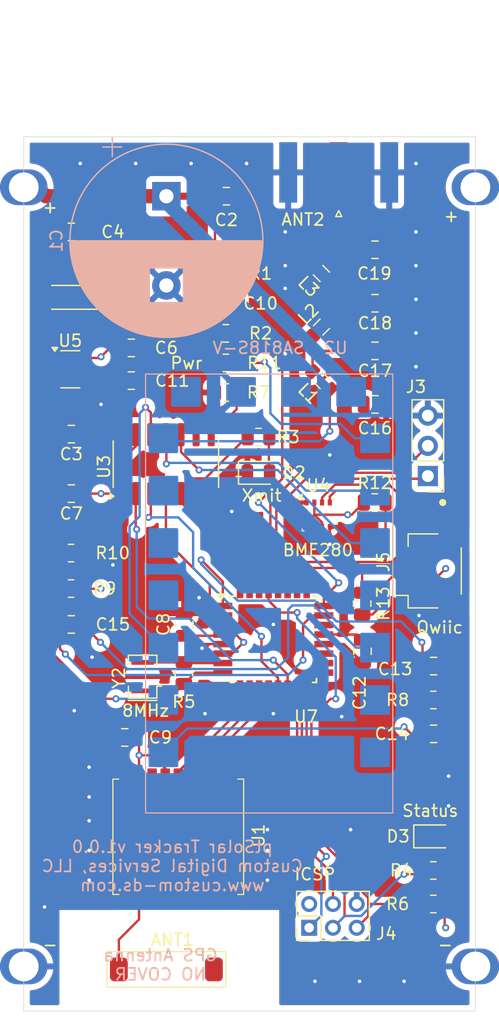
<source format=kicad_pcb>
(kicad_pcb (version 20240108) (generator "pcbnew") (generator_version "8.0")
  (layers (0 "F.Cu" signal) (1 "In1.Cu" signal) (2 "In2.Cu" signal) (31 "B.Cu" signal) (34 "B.Paste" user) (35 "F.Paste" user) (36 "B.SilkS" user "B.Silkscreen") (37 "F.SilkS" user "F.Silkscreen") (38 "B.Mask" user) (39 "F.Mask" user) (44 "Edge.Cuts" user))
  (net 0 "")
  (net 1 "+BATT")
  (net 2 "GND")
  (net 3 "Net-(U2-ANTENNA)")
  (net 4 "/RESET")
  (net 5 "/MOSI")
  (net 6 "/SCK")
  (net 7 "/MISO")
  (net 8 "/SCL")
  (net 9 "/SDA")
  (net 10 "+3.3V")
  (net 11 "Net-(U7-XTAL1{slash}PB6)")
  (net 12 "Net-(U7-XTAL2{slash}PB7)")
  (net 13 "Net-(U2-MIC-IN)")
  (net 14 "/DIG-PTT")
  (net 15 "Net-(D3-A)")
  (net 16 "Net-(U2-HIGH{slash}LOW)")
  (net 17 "Net-(U3-OE)")
  (net 18 "Net-(U7-PC0)")
  (net 19 "Net-(U2-POWER_SAVE)")
  (net 20 "Net-(U3-A1)")
  (net 21 "Net-(U3-A3)")
  (net 22 "Net-(U2-PTT)")
  (net 24 "Net-(U2-TX_DATA)")
  (net 26 "Net-(U3-A2)")
  (net 27 "Net-(U2-RX_DATA)")
  (net 29 "Net-(U7-AREF)")
  (net 30 "/GPS-RX")
  (net 31 "/GPS-EN")
  (net 33 "/BATT-SENSE")
  (net 34 "Net-(U7-PD3)")
  (net 35 "/GPS-TX")
  (net 40 "Net-(U5-BP)")
  (net 41 "Net-(U2-AF-OUT)")
  (net 56 "unconnected-(U2-NC-Pad13)")
  (net 58 "Net-(C17-Pad2)")
  (net 59 "Net-(D2-A)")
  (net 60 "Net-(ANT1-RF)")
  (net 61 "Net-(ANT2-In)")
  (net 62 "Net-(C18-Pad2)")
  (net 63 "Net-(C13-Pad2)")
  (net 64 "Net-(J3-Pin_1)")
  (net 65 "Net-(J3-Pin_2)")
  (footprint "Custom DS:PowerFilm MPT3.6-75" (layer "F.Cu") (at 129.25 104.75)
    (property "Reference" "J1" (hide yes))
    (property "Value" "~" (hide yes))
  )
  (footprint "Custom DS:Pulse ANT8010LL05R1575A Antenna" (layer "F.Cu") (at 141.75 137.75 180)
    (property "Reference" "ANT1")
    (property "Value" "~" (hide yes))
  )
  (footprint "Resistor_SMD:R_0805_2012Metric" (layer "F.Cu") (at 163.71 132.25 180)
    (property "Reference" "R6")
    (property "Value" "10k" (hide yes))
  )
  (footprint "Connector_JST:JST_SH_SM04B-SRSS-TB_1x04-1MP_P1.00mm_Horizontal" (layer "F.Cu") (at 163.375 104.25 90)
    (property "Reference" "J5")
    (property "Value" "Qwiic")
  )
  (footprint "Capacitor_SMD:C_0805_2012Metric" (layer "F.Cu") (at 138.3 88.25)
    (property "Reference" "C11")
    (property "Value" "10nF" (hide yes))
  )
  (footprint "Diode_SMD:D_0805_2012Metric" (layer "F.Cu") (at 149 96)
    (property "Reference" "D2")
    (property "Value" "Red" (hide yes))
  )
  (footprint "Capacitor_SMD:C_0805_2012Metric" (layer "F.Cu") (at 158.8 90.25 180)
    (property "Reference" "C16")
    (property "Value" "20pF" (hide yes))
  )
  (footprint "Package_SO:SOIC-14_3.9x8.7mm_P1.27mm" (layer "F.Cu") (at 141.21 95.275 90)
    (property "Reference" "U3")
    (property "Value" "TXB0104D" (hide yes))
  )
  (footprint "Capacitor_SMD:C_0805_2012Metric" (layer "F.Cu") (at 163.73 112.25)
    (property "Reference" "C13")
    (property "Value" "10nF" (hide yes))
  )
  (footprint "Package_LGA:Bosch_LGA-8_2.5x2.5mm_P0.65mm_ClockwisePinNumbering" (layer "F.Cu") (at 154.025 99.525)
    (property "Reference" "U4")
    (property "Value" "BME280")
  )
  (footprint "Package_QFP:TQFP-32_7x7mm_P0.8mm" (layer "F.Cu") (at 150.25 110)
    (property "Reference" "U7")
    (property "Value" "MEGA8-AI" (hide yes))
  )
  (footprint "Package_TO_SOT_SMD:SOT-23-5" (layer "F.Cu") (at 133.1625 87.3)
    (property "Reference" "U5")
    (property "Value" "LP3985IM5-3.3/NOPB" (hide yes))
  )
  (footprint "Capacitor_SMD:C_0805_2012Metric" (layer "F.Cu") (at 146.23 81.765 180)
    (property "Reference" "C10")
    (property "Value" "10nF" (hide yes))
  )
  (footprint "Capacitor_SMD:C_0805_2012Metric" (layer "F.Cu") (at 142.75 108.75 90)
    (property "Reference" "C8")
    (property "Value" "10nF" (hide yes))
  )
  (footprint "Resistor_SMD:R_0805_2012Metric" (layer "F.Cu") (at 146.25 89.25)
    (property "Reference" "R7")
    (property "Value" "10k" (hide yes))
  )
  (footprint "Diode_SMD:D_SOD-123" (layer "F.Cu") (at 133.25 81.25 180)
    (property "Reference" "D1" (hide yes))
    (property "Value" "D_Zener" (hide yes))
  )
  (footprint "Capacitor_SMD:C_0805_2012Metric" (layer "F.Cu") (at 133.25 75.75 180)
    (property "Reference" "C4")
    (property "Value" "10nF" (hide yes))
  )
  (footprint "Capacitor_SMD:C_0805_2012Metric" (layer "F.Cu") (at 133.25 108.75)
    (property "Reference" "C15")
    (property "Value" "10nF" (hide yes))
  )
  (footprint "Capacitor_SMD:C_0805_2012Metric" (layer "F.Cu") (at 133.25 97.75 180)
    (property "Reference" "C7")
    (property "Value" "10nF" (hide yes))
  )
  (footprint "Resistor_SMD:R_0805_2012Metric" (layer "F.Cu") (at 146.25 79.25 180)
    (property "Reference" "R1")
    (property "Value" "100k" (hide yes))
  )
  (footprint "Custom DS:ATGM336H-5N31" (layer "F.Cu") (at 142.25 126.75 90)
    (property "Reference" "U1")
    (property "Value" "~" (hide yes))
  )
  (footprint "Inductor_SMD:L_0805_2012Metric" (layer "F.Cu") (at 154.3 83.75 45)
    (property "Reference" "L2")
    (property "Value" "68nH" (hide yes))
  )
  (footprint "Custom DS:PowerFilm MPT3.6-75" (layer "F.Cu") (at 167.25 104.75)
    (property "Reference" "J2" (hide yes))
    (property "Value" "~" (hide yes))
  )
  (footprint "Capacitor_SMD:C_0805_2012Metric" (layer "F.Cu") (at 158.8 81.75 180)
    (property "Reference" "C18")
    (property "Value" "36pF" (hide yes))
  )
  (footprint "Resistor_SMD:R_0805_2012Metric" (layer "F.Cu") (at 142.72 112.8375 -90)
    (property "Reference" "R5")
    (property "Value" "1M" (hide yes))
  )
  (footprint "Capacitor_SMD:C_0805_2012Metric" (layer "F.Cu") (at 158.8 77.25 180)
    (property "Reference" "C19")
    (property "Value" "20pF" (hide yes))
  )
  (footprint "Resistor_SMD:R_0805_2012Metric" (layer "F.Cu") (at 149 93)
    (property "Reference" "R3")
    (property "Value" "1k" (hide yes))
  )
  (footprint "Resistor_SMD:R_0805_2012Metric" (layer "F.Cu") (at 146.25 84.28)
    (property "Reference" "R2")
    (property "Value" "22k" (hide yes))
  )
  (footprint "Resistor_SMD:R_0805_2012Metric" (layer "F.Cu") (at 146.25 86.765)
    (property "Reference" "R11")
    (property "Value" "1M" (hide yes))
  )
  (footprint "Capacitor_SMD:C_0805_2012Metric" (layer "F.Cu") (at 138.3 85.5)
    (property "Reference" "C6")
    (property "Value" "10nF" (hide yes))
  )
  (footprint "Capacitor_SMD:C_0805_2012Metric" (layer "F.Cu") (at 157.75 111 90)
    (property "Reference" "C12")
    (property "Value" "10nF" (hide yes))
  )
  (footprint "Capacitor_SMD:C_0805_2012Metric" (layer "F.Cu") (at 138.3 82.75)
    (property "Reference" "C5")
    (property "Value" "10nF" (hide yes))
  )
  (footprint "Capacitor_SMD:C_0805_2012Metric" (layer "F.Cu") (at 163.73 117.947142)
    (property "Reference" "C14")
    (property "Value" "10nF" (hide yes))
  )
  (footprint "Inductor_SMD:L_0805_2012Metric" (layer "F.Cu") (at 154.3 88.25 135)
    (property "Reference" "L1")
    (property "Value" "56nH" (hide yes))
  )
  (footprint "Connector_Coaxial:SMA_Amphenol_132289_EdgeMount" (layer "F.Cu") (at 155.75 70.75 90)
    (property "Reference" "ANT2")
    (property "Value" "Conn_Coaxial_Power" (hide yes))
  )
  (footprint "Crystal:Resonator_SMD_Murata_CSTxExxV-3Pin_3.0x1.1mm" (layer "F.Cu") (at 139.25 113.1375 90)
    (property "Reference" "Y2")
    (property "Value" "8MHz")
  )
  (footprint "Inductor_SMD:L_0805_2012Metric" (layer "F.Cu") (at 154.3 79.25 135)
    (property "Reference" "L3")
    (property "Value" "56nH" (hide yes))
  )
  (footprint "Capacitor_SMD:C_0805_2012Metric" (layer "F.Cu") (at 133.25 92.75 180)
    (property "Reference" "C3")
    (property "Value" "10nF" (hide yes))
  )
  (footprint "Resistor_SMD:R_0805_2012Metric" (layer "F.Cu") (at 157.72 107 90)
    (property "Reference" "R13")
    (property "Value" "4.7k" (hide yes))
  )
  (footprint "Resistor_SMD:R_0805_2012Metric" (layer "F.Cu") (at 163.71 129.431426)
    (property "Reference" "R4")
    (property "Value" "1k" (hide yes))
  )
  (footprint "Connector_PinHeader_2.00mm:PinHeader_2x03_P2.00mm_Vertical" (layer "F.Cu") (at 153.265 134.25 90)
    (property "Reference" "J4")
    (property "Value" "ICSP")
  )
  (footprint "Resistor_SMD:R_0805_2012Metric" (layer "F.Cu") (at 158.78 98.5)
    (property "Reference" "R12")
    (property "Value" "4.7k" (hide yes))
  )
  (footprint "Diode_SMD:D_0805_2012Metric" (layer "F.Cu") (at 163.75 126.567855)
    (property "Reference" "D3")
    (property "Value" "Green" (hide yes))
  )
  (footprint "Connector_PinHeader_2.54mm:PinHeader_1x03_P2.54mm_Vertical" (layer "F.Cu") (at 163.25 96.275 180)
    (property "Reference" "J3")
    (property "Value" "Conn_01x03" (hide yes))
  )
  (footprint "Resistor_SMD:R_0805_2012Metric" (layer "F.Cu") (at 163.71 115.098571 180)
    (property "Reference" "R8")
    (property "Value" "1M" (hide yes))
  )
  (footprint "Capacitor_SMD:C_0805_2012Metric" (layer "F.Cu") (at 146.3 72.75)
    (property "Reference" "C2")
    (property "Value" "10nF" (hide yes))
  )
  (footprint "Resistor_SMD:R_0805_2012Metric" (layer "F.Cu") (at 133.23 102.75)
    (property "Reference" "R10")
    (property "Value" "10k" (hide yes))
  )
  (footprint "Capacitor_SMD:C_0805_2012Metric" (layer "F.Cu") (at 158.8 85.75 180)
    (property "Reference" "C17")
    (property "Value" "36pF" (hide yes))
  )
  (footprint "Resistor_SMD:R_0805_2012Metric" (layer "F.Cu") (at 133.23 105.735 180)
    (property "Reference" "R9")
    (property "Value" "10k" (hide yes))
  )
  (footprint "Capacitor_SMD:C_0805_2012Metric" (layer "F.Cu") (at 137.75 118.25 180)
    (property "Reference" "C9")
    (property "Value" "10nF" (hide yes))
  )
  (footprint "Capacitor_THT:CP_Radial_D16.0mm_P7.50mm" (layer "B.Cu") (at 141.25 72.75 -90)
    (property "Reference" "C1")
    (property "Value" "6V 2.5F" (hide yes))
  )
  (footprint "Custom DS:DRA818 SA818" (layer "B.Cu") (at 149.3 107.5)
    (property "Reference" "U2")
    (property "Value" "SA818S-V")
  )
  (gr_circle (center 164.5 98.5) (end 164.75 98.5) (stroke (width 0.1)) (fill solid) (layer "F.SilkS"))
  (gr_line (start 129.25 67.75) (end 167.25 67.75) (stroke (width 0.05)) (layer "Edge.Cuts"))
  (gr_line (start 167.25 67.75) (end 167.25 141.25) (stroke (width 0.05)) (layer "Edge.Cuts"))
  (gr_line (start 167.25 141.25) (end 129.25 141.25) (stroke (width 0.05)) (layer "Edge.Cuts"))
  (gr_line (start 129.25 141.25) (end 129.25 67.75) (stroke (width 0.05)) (layer "Edge.Cuts"))
  (gr_text "ptSolar Tracker v1.0.0\nCustom Digital Services, LLC\nwww.custom-ds.com" (at 141.75 131.25 0) (layer "B.SilkS") (effects (font (size 1 1)) (justify bottom mirror)))
  (gr_text "GPS Antenna\nNO COVER" (at 140.75 138.75 0) (layer "B.SilkS") (effects (font (size 1 1)) (justify bottom mirror)))
  (gr_text "Status" (at 161 125 0) (layer "F.SilkS") (effects (font (size 1 1)) (justify left bottom)))
  (gr_text "Xmit" (at 147.5 98.5 0) (layer "F.SilkS") (effects (font (size 1 1)) (justify left bottom)))
  (gr_text "Pwr" (at 141.5 87.36675 0) (layer "F.SilkS") (effects (font (size 1 1)) (justify left bottom)))
  (segment (start 134.9 82.75) (end 134.9 81.25) (width 0.2) (layer "F.Cu") (net 1))
  (segment (start 134.15 92.75) (end 137.35 92.75) (width 0.2) (layer "F.Cu") (net 1))
  (segment (start 137.35 82.75) (end 134.9 82.75) (width 0.2) (layer "F.Cu") (net 1))
  (segment (start 134.75 72.75) (end 131.1 72.75) (width 1.2) (layer "F.Cu") (net 1))
  (segment (start 133.3 86.25) (end 133.3 85.3) (width 0.2) (layer "F.Cu") (net 1))
  (segment (start 132.025 86.35) (end 133.2 86.35) (width 0.2) (layer "F.Cu") (net 1))
  (segment (start 141.25 72.75) (end 134.75 72.75) (width 1.2) (layer "F.Cu") (net 1))
  (segment (start 134.7 75.75) (end 134.7 72.8) (width 0.6) (layer "F.Cu") (net 1))
  (segment (start 134.7 72.8) (end 134.75 72.75) (width 0.6) (layer "F.Cu") (net 1))
  (segment (start 134.9 75.95) (end 134.7 75.75) (width 0.6) (layer "F.Cu") (net 1))
  (segment (start 133.3 85.3) (end 134.9 83.7) (width 0.2) (layer "F.Cu") (net 1))
  (segment (start 132.025 88.25) (end 133.3 88.25) (width 0.2) (layer "F.Cu") (net 1))
  (segment (start 134.9 83.7) (end 134.9 82.75) (width 0.2) (layer "F.Cu") (net 1))
  (segment (start 134.9 81.25) (end 134.9 75.95) (width 0.6) (layer "F.Cu") (net 1))
  (segment (start 133.3 88.25) (end 133.3 86.25) (width 0.2) (layer "F.Cu") (net 1))
  (segment (start 134.15 92.75) (end 133.3 91.9) (width 0.2) (layer "F.Cu") (net 1))
  (segment (start 141.25 72.75) (end 145.35 72.75) (width 0.6) (layer "F.Cu") (net 1))
  (segment (start 137.35 92.75) (end 137.4 92.8) (width 0.2) (layer "F.Cu") (net 1))
  (segment (start 133.2 86.35) (end 133.3 86.25) (width 0.2) (layer "F.Cu") (net 1))
  (segment (start 145.3375 79.25) (end 145.3375 72.7625) (width 0.2) (layer "F.Cu") (net 1))
  (segment (start 145.3375 72.7625) (end 145.35 72.75) (width 0.2) (layer "F.Cu") (net 1))
  (segment (start 133.3 91.9) (end 133.3 88.25) (width 0.2) (layer "F.Cu") (net 1))
  (segment (start 131.1 72.75) (end 130.35 72) (width 1.2) (layer "F.Cu") (net 1))
  (segment (start 156.8 88.8) (end 156.8 89.2) (width 1.2) (layer "B.Cu") (net 1))
  (segment (start 141.25 73.25) (end 156.8 88.8) (width 1.2) (layer "B.Cu") (net 1))
  (segment (start 141.25 72.75) (end 141.25 73.25) (width 1.2) (layer "B.Cu") (net 1))
  (segment (start 155 100.55) (end 155 101.5) (width 0.2) (layer "F.Cu") (net 2))
  (segment (start 157.75 110.05) (end 157.3 109.6) (width 0.2) (layer "F.Cu") (net 2))
  (segment (start 153.7 100.55) (end 153.7 101) (width 0.2) (layer "F.Cu") (net 2))
  (segment (start 146.52 99.25) (end 146.75 99.25) (width 0.2) (layer "F.Cu") (net 2))
  (segment (start 155 102) (end 155 101.5) (width 0.2) (layer "F.Cu") (net 2))
  (segment (start 157.3 109.6) (end 154.5 109.6) (width 0.2) (layer "F.Cu") (net 2))
  (segment (start 150.2 108.8) (end 146 108.8) (width 0.2) (layer "F.Cu") (net 2))
  (segment (start 146 110.4) (end 144.6 110.4) (width 0.2) (layer "F.Cu") (net 2))
  (segment (start 150.25 108.75) (end 150.2 108.8) (width 0.2) (layer "F.Cu") (net 2))
  (segment (start 144.6 110.4) (end 144.25 110.75) (width 0.2) (layer "F.Cu") (net 2))
  (segment (start 140.05 131.45) (end 140.05 129.05) (width 0.2) (layer "F.Cu") (net 2))
  (segment (start 146 108.8) (end 143.75 108.8) (width 0.2) (layer "F.Cu") (net 2))
  (segment (start 154.2 101.5) (end 155 101.5) (width 0.2) (layer "F.Cu") (net 2))
  (segment (start 140.05 129.05) (end 140 129) (width 0.2) (layer "F.Cu") (net 2))
  (segment (start 153.7 101) (end 154.2 101.5) (width 0.2) (layer "F.Cu") (net 2))
  (segment (start 143.75 108.8) (end 142.75 107.8) (width 0.2) (layer "F.Cu") (net 2))
  (via (at 144.25 110.75) (size 0.6) (drill 0.3) (layers "F.Cu" "B.Cu") (net 2))
  (via (at 150.25 108.75) (size 0.6) (drill 0.3) (layers "F.Cu" "B.Cu") (net 2))
  (via (at 148 70) (size 0.6) (drill 0.3) (layers "F.Cu" "B.Cu") (net 2))
  (via (at 144.5 116.25) (size 0.6) (drill 0.3) (layers "F.Cu" "B.Cu") (net 2))
  (via (at 133.5 116) (size 0.6) (drill 0.3) (layers "F.Cu" "B.Cu") (net 2))
  (via (at 131 132.5) (size 0.6) (drill 0.3) (layers "F.Cu" "B.Cu") (net 2))
  (via (at 151.25 78.583334) (size 0.6) (drill 0.3) (layers "F.Cu" "B.Cu") (net 2))
  (via (at 134.75 130.25) (size 0.6) (drill 0.3) (layers "F.Cu" "B.Cu") (net 2))
  (via (at 162.25 87.083332) (size 0.6) (drill 0.3) (layers "F.Cu" "B.Cu") (net 2))
  (via (at 149.75 126) (size 0.6) (drill 0.3) (layers "F.Cu" "B.Cu") (net 2))
  (via (at 156 116.5) (size 0.6) (drill 0.3) (layers "F.Cu" "B.Cu") (net 2))
  (via (at 162.25 84.249999) (size 0.6) (drill 0.3) (layers "F.Cu" "B.Cu") (net 2))
  (via (at 156.75 126) (size 0.6) (drill 0.3) (layers "F.Cu" "B.Cu") (net 2))
  (via (at 162.25 70) (size 0.6) (drill 0.3) (layers "F.Cu" "B.Cu") (net 2))
  (via (at 135 111.5) (size 0.6) (drill 0.3) (layers "F.Cu" "B.Cu") (net 2))
  (via (at 134.75 127.75) (size 0.6) (drill 0.3) (layers "F.Cu" "B.Cu") (net 2))
  (via (at 135.75 90.25) (size 0.6) (drill 0.3) (layers "F.Cu" "B.Cu") (net 2))
  (via (at 149.75 127.75) (size 0.6) (drill 0.3) (layers "F.Cu" "B.Cu") (net 2))
  (via (at 161.25 138.75) (size 0.6) (drill 0.3) (layers "F.Cu" "B.Cu") (net 2))
  (via (at 155 94.5) (size 0.6) (drill 0.3) (layers "F.Cu" "B.Cu") (net 2))
  (via (at 143.333332 70) (size 0.6) (drill 0.3) (layers "F.Cu" "B.Cu") (net 2))
  (via (at 146.75 99.25) (size 0.6) (drill 0.3) (layers "F.Cu" "B.Cu") (net 2))
  (via (at 157.5 138.75) (size 0.6) (drill 0.3) (layers "F.Cu" "B.Cu") (net 2))
  (via (at 162.5 108) (size 0.6) (drill 0.3) (layers "F.Cu" "B.Cu") (net 2))
  (via (at 134 70) (size 0.6) (drill 0.3) (layers "F.Cu" "B.Cu") (net 2))
  (via (at 165 124) (size 0.6) (drill 0.3) (layers "F.Cu" "B.Cu") (net 2))
  (via (at 151.25 80.5) (size 0.6) (drill 0.3) (layers "F.Cu" "B.Cu") (net 2))
  (via (at 165 121.5) (size 0.6) (drill 0.3) (layers "F.Cu" "B.Cu") (net 2))
  (via (at 134.75 120.75) (size 0.6) (drill 0.3) (layers "F.Cu" "B.Cu") (net 2))
  (via (at 155 102) (size 0.6) (drill 0.3) (layers "F.Cu" "B.Cu") (net 2))
  (via (at 134.75 123.25) (size 0.6) (drill 0.3) (layers "F.Cu" "B.Cu") (net 2))
  (via (at 136.75 103.75) (size 0.6) (drill 0.3) (layers "F.Cu" "B.Cu") (net 2))
  (via (at 134.75 125.25) (size 0.6) (drill 0.3) (layers "F.Cu" "B.Cu") (net 2))
  (via (at 151.25 86) (size 0.6) (drill 0.3) (layers "F.Cu" "B.Cu") (net 2))
  (via (at 162.25 78.583333) (size 0.6) (drill 0.3) (layers "F.Cu" "B.Cu") (net 2))
  (via (at 149.75 130.25) (size 0.6) (drill 0.3) (layers "F.Cu" "B.Cu") (net 2))
  (via (at 162.25 75.75) (size 0.6) (drill 0.3) (layers "F.Cu" "B.Cu") (net 2))
  (via (at 138.666666 70) (size 0.6) (drill 0.3) (layers "F.Cu" "B.Cu") (net 2))
  (via (at 151.25 75.750001) (size 0.6) (drill 0.3) (layers "F.Cu" "B.Cu") (net 2))
  (via (at 153.75 138.75) (size 0.6) (drill 0.3) (layers "F.Cu" "B.Cu") (net 2))
  (via (at 162.25 81.416666) (size 0.6) (drill 0.3) (layers "F.Cu" "B.Cu") (net 2))
  (via (at 150.25 116.25) (size 0.6) (drill 0.3) (layers "F.Cu" "B.Cu") (net 2))
  (via (at 144 106.5) (size 0.6) (drill 0.3) (layers "F.Cu" "B.Cu") (net 2))
  (segment (start 155 89.052602) (end 155.051301 89.001301) (width 0.2) (layer "F.Cu") (net 3))
  (segment (start 155 92.5) (end 155 89.052602) (width 0.2) (layer "F.Cu") (net 3))
  (via (at 155 92.5) (size 0.6) (drill 0.3) (layers "F.Cu" "B.Cu") (net 3))
  (segment (start 154.15 93.35) (end 141.25 93.35) (width 0.2) (layer "B.Cu") (net 3))
  (segment (start 155 92.5) (end 154.15 93.35) (width 0.2) (layer "B.Cu") (net 3))
  (segment (start 141.25 93.35) (end 141 93.1) (width 0.2) (layer "B.Cu") (net 3))
  (segment (start 157.265 134.25) (end 158.24 133.275) (width 0.2) (layer "F.Cu") (net 4))
  (segment (start 155.065686 115) (end 153.45 116.615686) (width 0.2) (layer "F.Cu") (net 4))
  (segment (start 158.24 133.275) (end 158.24 132.25) (width 0.2) (layer "F.Cu") (net 4))
  (segment (start 153.45 125.575785) (end 156.64 128.765785) (width 0.2) (layer "F.Cu") (net 4))
  (segment (start 150.85 107.75) (end 149.85 106.75) (width 0.2) (layer "F.Cu") (net 4))
  (segment (start 158.24 131.74) (end 158.24 132.25) (width 0.2) (layer "F.Cu") (net 4))
  (segment (start 162.8375 132.25) (end 158.24 132.25) (width 0.2) (layer "F.Cu") (net 4))
  (segment (start 153.45 116.615686) (end 153.45 125.575785) (width 0.2) (layer "F.Cu") (net 4))
  (segment (start 156.64 130.14) (end 158.24 131.74) (width 0.2) (layer "F.Cu") (net 4))
  (segment (start 152.25 107.75) (end 150.85 107.75) (width 0.2) (layer "F.Cu") (net 4))
  (segment (start 156.64 128.765785) (end 156.64 130.14) (width 0.2) (layer "F.Cu") (net 4))
  (segment (start 155.5 115) (end 155.065686 115) (width 0.2) (layer "F.Cu") (net 4))
  (segment (start 149.85 106.75) (end 149.85 105.75) (width 0.2) (layer "F.Cu") (net 4))
  (via (at 155.5 115) (size 0.6) (drill 0.3) (layers "F.Cu" "B.Cu") (net 4))
  (via (at 152.25 107.75) (size 0.6) (drill 0.3) (layers "F.Cu" "B.Cu") (net 4))
  (segment (start 152.25 108.25) (end 155.5 111.5) (width 0.2) (layer "B.Cu") (net 4))
  (segment (start 155.5 111.5) (end 155.5 115) (width 0.2) (layer "B.Cu") (net 4))
  (segment (start 152.25 107.75) (end 152.25 108.25) (width 0.2) (layer "B.Cu") (net 4))
  (segment (start 152.25 126.7425) (end 152.25 114.25) (width 0.2) (layer "F.Cu") (net 5))
  (segment (start 155.265 132.25) (end 155.265 129.7575) (width 0.2) (layer "F.Cu") (net 5))
  (segment (start 155.265 129.7575) (end 152.25 126.7425) (width 0.2) (layer "F.Cu") (net 5))
  (segment (start 162.8375 129.75) (end 161.25 129.75) (width 0.2) (layer "F.Cu") (net 6))
  (segment (start 153.05 125.741471) (end 156.24 128.931471) (width 0.2) (layer "F.Cu") (net 6))
  (segment (start 156.24 133.275) (end 155.265 134.25) (width 0.2) (layer "F.Cu") (net 6))
  (segment (start 153.05 116.45) (end 153.05 125.741471) (width 0.2) (layer "F.Cu") (net 6))
  (segment (start 154.25 113.05) (end 154.25 115.25) (width 0.2) (layer "F.Cu") (net 6))
  (segment (start 154.5 112.8) (end 154.25 113.05) (width 0.2) (layer "F.Cu") (net 6))
  (segment (start 156.24 128.931471) (end 156.24 133.275) (width 0.2) (layer "F.Cu") (net 6))
  (segment (start 154.25 115.25) (end 153.05 116.45) (width 0.2) (layer "F.Cu") (net 6))
  (via (at 161.25 129.75) (size 0.6) (drill 0.3) (layers "F.Cu" "B.Cu") (net 6))
  (segment (start 161.25 129.75) (end 161.143859 129.75) (width 0.2) (layer "B.Cu") (net 6))
  (segment (start 161.143859 129.75) (end 157.643859 133.25) (width 0.2) (layer "B.Cu") (net 6))
  (segment (start 157.643859 133.25) (end 156.265 133.25) (width 0.2) (layer "B.Cu") (net 6))
  (segment (start 156.265 133.25) (end 155.265 134.25) (width 0.2) (layer "B.Cu") (net 6))
  (segment (start 152.65 126.19) (end 154.71 128.25) (width 0.2) (layer "F.Cu") (net 7))
  (segment (start 152.825 115.175) (end 152.65 115.35) (width 0.2) (layer "F.Cu") (net 7))
  (segment (start 152.825 114.475) (end 152.825 115.175) (width 0.2) (layer "F.Cu") (net 7))
  (segment (start 153.05 114.25) (end 152.825 114.475) (width 0.2) (layer "F.Cu") (net 7))
  (segment (start 152.65 115.35) (end 152.65 126.19) (width 0.2) (layer "F.Cu") (net 7))
  (via (at 154.71 128.25) (size 0.6) (drill 0.3) (layers "F.Cu" "B.Cu") (net 7))
  (segment (start 154.29 133.225) (end 154.29 128.67) (width 0.2) (layer "B.Cu") (net 7))
  (segment (start 154.29 128.67) (end 154.71 128.25) (width 0.2) (layer "B.Cu") (net 7))
  (segment (start 153.265 134.25) (end 154.29 133.225) (width 0.2) (layer "B.Cu") (net 7))
  (segment (start 160.959448 102.75) (end 160.209448 103.5) (width 0.2) (layer "F.Cu") (net 8))
  (segment (start 155 98) (end 155.5 97.5) (width 0.2) (layer "F.Cu") (net 8))
  (segment (start 159.5 103.5) (end 151.9 103.5) (width 0.2) (layer "F.Cu") (net 8))
  (segment (start 159.6925 98.5) (end 159.6925 103.3075) (width 0.2) (layer "F.Cu") (net 8))
  (segment (start 159.6925 98.1925) (end 159.6925 98.5) (width 0.2) (layer "F.Cu") (net 8))
  (segment (start 161.375 102.75) (end 160.959448 102.75) (width 0.2) (layer "F.Cu") (net 8))
  (segment (start 155 98.5) (end 155 98) (width 0.2) (layer "F.Cu") (net 8))
  (segment (start 160.209448 103.5) (end 159.5 103.5) (width 0.2) (layer "F.Cu") (net 8))
  (segment (start 159 97.5) (end 159.6925 98.1925) (width 0.2) (layer "F.Cu") (net 8))
  (segment (start 151.9 103.5) (end 150.65 104.75) (width 0.2) (layer "F.Cu") (net 8))
  (segment (start 150.65 104.75) (end 150.65 105.75) (width 0.2) (layer "F.Cu") (net 8))
  (segment (start 155.5 97.5) (end 159 97.5) (width 0.2) (layer "F.Cu") (net 8))
  (segment (start 159.6925 103.3075) (end 159.5 103.5) (width 0.2) (layer "F.Cu") (net 8))
  (segment (start 151.45 104.75) (end 151.45 105.75) (width 0.2) (layer "F.Cu") (net 9))
  (segment (start 154.35 98.084315) (end 155.434315 97) (width 0.2) (layer "F.Cu") (net 9))
  (segment (start 155.434315 97) (end 160 97) (width 0.2) (layer "F.Cu") (net 9))
  (segment (start 161.375 103.75) (end 161.125 104) (width 0.2) (layer "F.Cu") (net 9))
  (segment (start 163 103) (end 162.25 103.75) (width 0.2) (layer "F.Cu") (net 9))
  (segment (start 163 100) (end 163 103) (width 0.2) (layer "F.Cu") (net 9))
  (segment (start 160 97) (end 163 100) (width 0.2) (layer "F.Cu") (net 9))
  (segment (start 162.25 103.75) (end 161.375 103.75) (width 0.2) (layer "F.Cu") (net 9))
  (segment (start 157.72 104.22) (end 157.5 104) (width 0.2) (layer "F.Cu") (net 9))
  (segment (start 154.35 98.5) (end 154.35 98.084315) (width 0.2) (layer "F.Cu") (net 9))
  (segment (start 157.5 104) (end 152.2 104) (width 0.2) (layer "F.Cu") (net 9))
  (segment (start 157.72 106.0875) (end 157.72 104.22) (width 0.2) (layer "F.Cu") (net 9))
  (segment (start 152.2 104) (end 151.45 104.75) (width 0.2) (layer "F.Cu") (net 9))
  (segment (start 161.125 104) (end 157.5 104) (width 0.2) (layer "F.Cu") (net 9))
  (segment (start 135.75 97.75) (end 137.4 97.75) (width 0.2) (layer "F.Cu") (net 10))
  (segment (start 156.8425 99.525) (end 157.8675 98.5) (width 0.2) (layer "F.Cu") (net 10))
  (segment (start 141.15 120.85) (end 140.05 119.75) (width 0.2) (layer "F.Cu") (net 10))
  (segment (start 164.6625 134.1625) (end 164.75 134.25) (width 0.2) (layer "F.Cu") (net 10))
  (segment (start 145.3 109.7) (end 142.75 109.7) (width 0.2) (layer "F.Cu") (net 10))
  (segment (start 147.1 109.6) (end 147.75 110.25) (width 0.2) (layer "F.Cu") (net 10))
  (segment (start 153.7 99.525) (end 156.8425 99.525) (width 0.2) (layer "F.Cu") (net 10))
  (segment (start 156.5 99.525) (end 156.8425 99.525) (width 0.2) (layer "F.Cu") (net 10))
  (segment (start 138.95 118.5) (end 138.7 118.25) (width 0.2) (layer "F.Cu") (net 10))
  (segment (start 145.4 109.6) (end 145.3 109.7) (width 0.2) (layer "F.Cu") (net 10))
  (segment (start 161.375 104.75) (end 160.25 104.75) (width 0.2) (layer "F.Cu") (net 10))
  (segment (start 164.05 104.75) (end 161.375 104.75) (width 0.2) (layer "F.Cu") (net 10))
  (segment (start 146 109.6) (end 145.4 109.6) (width 0.2) (layer "F.Cu") (net 10))
  (segment (start 140.05 119.75) (end 138.95 119.75) (width 0.2) (layer "F.Cu") (net 10))
  (segment (start 134.2 97.75) (end 135.75 97.75) (width 0.2) (layer "F.Cu") (net 10))
  (segment (start 135.65 86.35) (end 135.75 86.25) (width 0.2) (layer "F.Cu") (net 10))
  (segment (start 135.75 86.25) (end 135.75 86.35) (width 0.2) (layer "F.Cu") (net 10))
  (segment (start 134.1575 105.75) (end 134.1425 105.735) (width 0.2) (layer "F.Cu") (net 10))
  (segment (start 146 109.6) (end 147.1 109.6) (width 0.2) (layer "F.Cu") (net 10))
  (segment (start 137.35 85.5) (end 136.5 85.5) (width 0.2) (layer "F.Cu") (net 10))
  (segment (start 153.05 100.175) (end 153.7 99.525) (width 0.2) (layer "F.Cu") (net 10))
  (segment (start 138.95 121.75) (end 138.95 119.75) (width 0.2) (layer "F.Cu") (net 10))
  (segment (start 135.75 105.75) (end 134.1575 105.75) (width 0.2) (layer "F.Cu") (net 10))
  (segment (start 138.95 119.75) (end 138.95 118.5) (width 0.2) (layer "F.Cu") (net 10))
  (segment (start 154.35 100.175) (end 154.35 100.55) (width 0.2) (layer "F.Cu") (net 10))
  (segment (start 141.15 121.75) (end 141.15 120.85) (width 0.2) (layer "F.Cu") (net 10))
  (segment (start 134.3 86.35) (end 135.65 86.35) (width 0.2) (layer "F.Cu") (net 10))
  (segment (start 153.05 100.55) (end 153.05 100.175) (width 0.2) (layer "F.Cu") (net 10))
  (segment (start 153.7 99.525) (end 154.35 100.175) (width 0.2) (layer "F.Cu") (net 10))
  (segment (start 158.5875 107.9125) (end 157.72 107.9125) (width 0.2) (layer "F.Cu") (net 10))
  (segment (start 146 111.2) (end 146.8 111.2) (width 0.2) (layer "F.Cu") (net 10))
  (segment (start 159.5 105.5) (end 159.5 107) (width 0.2) (layer "F.Cu") (net 10))
  (segment (start 164.75 104.05) (end 164.05 104.75) (width 0.2) (layer "F.Cu") (net 10))
  (segment (start 164.6625 132.25) (end 164.6625 134.1625) (width 0.2) (layer "F.Cu") (net 10))
  (segment (start 159.5 107) (end 158.5875 107.9125) (width 0.2) (layer "F.Cu") (net 10))
  (segment (start 160.25 104.75) (end 159.5 105.5) (width 0.2) (layer "F.Cu") (net 10))
  (segment (start 136.5 85.5) (end 135.75 86.25) (width 0.2) (layer "F.Cu") (net 10))
  (segment (start 146.8 111.2) (end 147.75 110.25) (width 0.2) (layer "F.Cu") (net 10))
  (segment (start 153.7 98.5) (end 153.7 99.525) (width 0.2) (layer "F.Cu") (net 10))
  (via (at 135.75 105.75) (size 0.6) (drill 0.3) (layers "F.Cu" "B.Cu") (net 10))
  (via (at 164.75 134.25) (size 0.6) (drill 0.3) (layers "F.Cu" "B.Cu") (net 10))
  (via (at 135.75 97.75) (size 0.6) (drill 0.3) (layers "F.Cu" "B.Cu") (net 10))
  (via (at 138.95 119.75) (size 0.6) (drill 0.3) (layers "F.Cu" "B.Cu") (net 10))
  (via (at 147.75 110.25) (size 0.6) (drill 0.3) (layers "F.Cu" "B.Cu") (net 10))
  (via (at 164.75 104.05) (size 0.6) (drill 0.3) (layers "F.Cu" "B.Cu") (net 10))
  (via (at 156.5 99.525) (size 0.6) (drill 0.3) (layers "F.Cu" "B.Cu") (net 10))
  (via (at 135.75 86.25) (size 0.6) (drill 0.3) (layers "F.Cu" "B.Cu") (net 10))
  (segment (start 142.7375 111.9375) (end 142.75 111.925) (width 0.2) (layer "F.Cu") (net 11))
  (segment (start 142.825 112) (end 142.75 111.925) (width 0.2) (layer "F.Cu") (net 11))
  (segment (start 139.25 111.9375) (end 142.7375 111.9375) (width 0.2) (layer "F.Cu") (net 11))
  (segment (start 146 112) (end 142.825 112) (width 0.2) (layer "F.Cu") (net 11))
  (segment (start 142.9125 112.0875) (end 142.75 111.925) (width 0.2) (layer "F.Cu") (net 11))
  (segment (start 142.1625 114.3375) (end 142.75 113.75) (width 0.2) (layer "F.Cu") (net 12))
  (segment (start 139.25 114.3375) (end 142.1625 114.3375) (width 0.2) (layer "F.Cu") (net 12))
  (segment (start 146 112.8) (end 143.7 112.8) (width 0.2) (layer "F.Cu") (net 12))
  (segment (start 143.7 112.8) (end 142.75 113.75) (width 0.2) (layer "F.Cu") (net 12))
  (segment (start 162.78 117.947142) (end 161.847142 117.947142) (width 0.2) (layer "F.Cu") (net 13))
  (segment (start 161.847142 117.947142) (end 161.25 117.35) (width 0.2) (layer "F.Cu") (net 13))
  (segment (start 162.8375 115.25) (end 162.8375 118.2125) (width 0.2) (layer "F.Cu") (net 13))
  (segment (start 162.8375 118.2125) (end 162.8 118.25) (width 0.2) (layer "F.Cu") (net 13))
  (via (at 161.25 117.35) (size 0.6) (drill 0.3) (layers "F.Cu" "B.Cu") (net 13))
  (segment (start 143 117.5) (end 161.1 117.5) (width 0.2) (layer "B.Cu") (net 13))
  (segment (start 141 119.5) (end 143 117.5) (width 0.2) (layer "B.Cu") (net 13))
  (segment (start 161.1 117.5) (end 161.25 117.35) (width 0.2) (layer "B.Cu") (net 13))
  (segment (start 144.525 96.475) (end 147.863571 93.136429) (width 0.2) (layer "F.Cu") (net 14))
  (segment (start 147.45 105.75) (end 147.45 103.45) (width 0.2) (layer "F.Cu") (net 14))
  (segment (start 146.75 102.75) (end 142.48 98.48) (width 0.2) (layer "F.Cu") (net 14))
  (segment (start 147.45 103.45) (end 146.75 102.75) (width 0.2) (layer "F.Cu") (net 14))
  (segment (start 147.45 106.45) (end 147.45 105.75) (width 0.2) (layer "F.Cu") (net 14))
  (segment (start 142.48 97.404448) (end 143.409448 96.475) (width 0.2) (layer "F.Cu") (net 14))
  (segment (start 142.48 98.48) (end 142.48 97.75) (width 0.2) (layer "F.Cu") (net 14))
  (segment (start 143.409448 96.475) (end 144.525 96.475) (width 0.2) (layer "F.Cu") (net 14))
  (segment (start 147.863571 93.136429) (end 148.0475 93.136429) (width 0.2) (layer "F.Cu") (net 14))
  (segment (start 142.48 97.75) (end 142.48 97.404448) (width 0.2) (layer "F.Cu") (net 14))
  (segment (start 164.6625 126.775) (end 164.6875 126.75) (width 0.2) (layer "F.Cu") (net 15))
  (segment (start 164.6625 129.75) (end 164.6625 126.775) (width 0.2) (layer "F.Cu") (net 15))
  (segment (start 149.41609 86.765) (end 147.1625 86.765) (width 0.2) (layer "F.Cu") (net 16))
  (segment (start 149.5 86.68109) (end 149.41609 86.765) (width 0.2) (layer "F.Cu") (net 16))
  (via (at 149.5 86.68109) (size 0.6) (drill 0.3) (layers "F.Cu" "B.Cu") (net 16))
  (segment (start 155.9 91.9) (end 157.1 93.1) (width 0.2) (layer "B.Cu") (net 16))
  (segment (start 149.5 86.68109) (end 150 87.18109) (width 0.2) (layer "B.Cu") (net 16))
  (segment (start 150.9 91.9) (end 155.9 91.9) (width 0.2) (layer "B.Cu") (net 16))
  (segment (start 150 87.18109) (end 150 91) (width 0.2) (layer "B.Cu") (net 16))
  (segment (start 150 91) (end 150.9 91.9) (width 0.2) (layer "B.Cu") (net 16))
  (segment (start 157.1 93.1) (end 158.8 93.1) (width 0.2) (layer "B.Cu") (net 16))
  (segment (start 147.1625 90.6575) (end 145.02 92.8) (width 0.2) (layer "F.Cu") (net 17))
  (segment (start 147.1625 89.25) (end 147.1625 90.6575) (width 0.2) (layer "F.Cu") (net 17))
  (segment (start 132.3375 105.0725) (end 132.515 105.25) (width 0.2) (layer "F.Cu") (net 18))
  (segment (start 152.75 111.75) (end 152.75 108.75) (width 0.2) (layer "F.Cu") (net 18))
  (segment (start 152.75 108.75) (end 153.5 108) (width 0.2) (layer "F.Cu") (net 18))
  (segment (start 153.5 108) (end 154.5 108) (width 0.2) (layer "F.Cu") (net 18))
  (segment (start 132.75 111.25) (end 132.3 110.8) (width 0.2) (layer "F.Cu") (net 18))
  (segment (start 132.3375 102.25) (end 132.3375 105.0725) (width 0.2) (layer "F.Cu") (net 18))
  (segment (start 132.3 110.8) (end 132.3 108.75) (width 0.2) (layer "F.Cu") (net 18))
  (segment (start 132.3 105.465) (end 132.515 105.25) (width 0.2) (layer "F.Cu") (net 18))
  (segment (start 132.3 108.75) (end 132.3 105.465) (width 0.2) (layer "F.Cu") (net 18))
  (via (at 152.75 111.75) (size 0.6) (drill 0.3) (layers "F.Cu" "B.Cu") (net 18))
  (via (at 132.75 111.25) (size 0.6) (drill 0.3) (layers "F.Cu" "B.Cu") (net 18))
  (segment (start 132.75 111.25) (end 134.5 113) (width 0.2) (layer "B.Cu") (net 18))
  (segment (start 151.5 113) (end 152.75 111.75) (width 0.2) (layer "B.Cu") (net 18))
  (segment (start 134.5 113) (end 151.5 113) (width 0.2) (layer "B.Cu") (net 18))
  (segment (start 141.25 93.814999) (end 141.21 93.774999) (width 0.2) (layer "F.Cu") (net 19))
  (segment (start 141.25 95.25) (end 141.25 93.814999) (width 0.2) (layer "F.Cu") (net 19))
  (segment (start 141.21 93.774999) (end 141.21 92.8) (width 0.2) (layer "F.Cu") (net 19))
  (via (at 141.25 95.25) (size 0.6) (drill 0.3) (layers "F.Cu" "B.Cu") (net 19))
  (segment (start 150.667959 95.167959) (end 141.332041 95.167959) (width 0.2) (layer "B.Cu") (net 19))
  (segment (start 158.8 97.5) (end 153 97.5) (width 0.2) (layer "B.Cu") (net 19))
  (segment (start 141.332041 95.167959) (end 141.25 95.25) (width 0.2) (layer "B.Cu") (net 19))
  (segment (start 153 97.5) (end 150.667959 95.167959) (width 0.2) (layer "B.Cu") (net 19))
  (segment (start 151.45 112.95) (end 151.45 114.25) (width 0.2) (layer "F.Cu") (net 20))
  (segment (start 150.25 111.75) (end 151.45 112.95) (width 0.2) (layer "F.Cu") (net 20))
  (segment (start 138.67 97.75) (end 138.67 100.67) (width 0.2) (layer "F.Cu") (net 20))
  (segment (start 138.67 100.67) (end 138.75 100.75) (width 0.2) (layer "F.Cu") (net 20))
  (via (at 150.25 111.75) (size 0.6) (drill 0.3) (layers "F.Cu" "B.Cu") (net 20))
  (via (at 138.75 100.75) (size 0.6) (drill 0.3) (layers "F.Cu" "B.Cu") (net 20))
  (segment (start 146.75 111.75) (end 150.25 111.75) (width 0.2) (layer "B.Cu") (net 20))
  (segment (start 139.75 108.25) (end 143.25 108.25) (width 0.2) (layer "B.Cu") (net 20))
  (segment (start 138.75 107.25) (end 139.75 108.25) (width 0.2) (layer "B.Cu") (net 20))
  (segment (start 138.75 100.75) (end 138.75 107.25) (width 0.2) (layer "B.Cu") (net 20))
  (segment (start 143.25 108.25) (end 146.75 111.75) (width 0.2) (layer "B.Cu") (net 20))
  (segment (start 144.9 107.775) (end 145.125 108) (width 0.2) (layer "F.Cu") (net 21))
  (segment (start 145.125 108) (end 146 108) (width 0.2) (layer "F.Cu") (net 21))
  (segment (start 144.9 105.4) (end 144.9 107.775) (width 0.2) (layer "F.Cu") (net 21))
  (segment (start 141.21 101.71) (end 144.9 105.4) (width 0.2) (layer "F.Cu") (net 21))
  (segment (start 141.21 97.75) (end 141.21 101.71) (width 0.2) (layer "F.Cu") (net 21))
  (segment (start 142.48 94.247959) (end 142.48 92.8) (width 0.2) (layer "F.Cu") (net 22))
  (segment (start 144 95.767959) (end 142.48 94.247959) (width 0.2) (layer "F.Cu") (net 22))
  (via (at 144 95.767959) (size 0.6) (drill 0.3) (layers "F.Cu" "B.Cu") (net 22))
  (segment (start 150.616488 95.767959) (end 156.748529 101.9) (width 0.2) (layer "B.Cu") (net 22))
  (segment (start 156.748529 101.9) (end 158.8 101.9) (width 0.2) (layer "B.Cu") (net 22))
  (segment (start 144 95.767959) (end 150.616488 95.767959) (width 0.2) (layer "B.Cu") (net 22))
  (segment (start 135.5 115) (end 137 115) (width 0.2) (layer "F.Cu") (net 24))
  (segment (start 131 110.5) (end 135.5 115) (width 0.2) (layer "F.Cu") (net 24))
  (segment (start 138.67 93.774999) (end 137.444999 95) (width 0.2) (layer "F.Cu") (net 24))
  (segment (start 131 96.5) (end 131 110.5) (width 0.2) (layer "F.Cu") (net 24))
  (segment (start 137.444999 95) (end 132.5 95) (width 0.2) (layer "F.Cu") (net 24))
  (segment (start 132.5 95) (end 131 96.5) (width 0.2) (layer "F.Cu") (net 24))
  (segment (start 138.67 92.8) (end 138.67 93.774999) (width 0.2) (layer "F.Cu") (net 24))
  (via (at 137 115) (size 0.6) (drill 0.3) (layers "F.Cu" "B.Cu") (net 24))
  (segment (start 140.9 115) (end 141 115.1) (width 0.2) (layer "B.Cu") (net 24))
  (segment (start 137 115) (end 140.9 115) (width 0.2) (layer "B.Cu") (net 24))
  (segment (start 139.94 99.56) (end 139.75 99.75) (width 0.2) (layer "F.Cu") (net 26))
  (segment (start 149.25 109.75) (end 149.25 111.85) (width 0.2) (layer "F.Cu") (net 26))
  (segment (start 139.94 97.75) (end 139.94 99.56) (width 0.2) (layer "F.Cu") (net 26))
  (segment (start 149.25 111.85) (end 150.65 113.25) (width 0.2) (layer "F.Cu") (net 26))
  (segment (start 150.65 113.25) (end 150.65 114.25) (width 0.2) (layer "F.Cu") (net 26))
  (via (at 139.75 99.75) (size 0.6) (drill 0.3) (layers "F.Cu" "B.Cu") (net 26))
  (via (at 149.25 109.75) (size 0.6) (drill 0.3) (layers "F.Cu" "B.Cu") (net 26))
  (segment (start 139.75 99.75) (end 142.25 99.75) (width 0.2) (layer "B.Cu") (net 26))
  (segment (start 143.5 101) (end 143.5 104) (width 0.2) (layer "B.Cu") (net 26))
  (segment (start 142.25 99.75) (end 143.5 101) (width 0.2) (layer "B.Cu") (net 26))
  (segment (start 143.5 104) (end 149.25 109.75) (width 0.2) (layer "B.Cu") (net 26))
  (segment (start 139.94 92.8) (end 139.94 90.94) (width 0.2) (layer "F.Cu") (net 27))
  (segment (start 139.94 90.94) (end 139.5 90.5) (width 0.2) (layer "F.Cu") (net 27))
  (via (at 139.5 90.5) (size 0.6) (drill 0.3) (layers "F.Cu" "B.Cu") (net 27))
  (segment (start 139 91) (end 139 99.651471) (width 0.2) (layer "B.Cu") (net 27))
  (segment (start 139.5 90.5) (end 139 91) (width 0.2) (layer "B.Cu") (net 27))
  (segment (start 139 99.651471) (end 138.15 100.501471) (width 0.2) (layer "B.Cu") (net 27))
  (segment (start 138.15 107.85) (end 141 110.7) (width 0.2) (layer "B.Cu") (net 27))
  (segment (start 138.15 100.501471) (end 138.15 107.85) (width 0.2) (layer "B.Cu") (net 27))
  (segment (start 156.2 110.4) (end 157.75 111.95) (width 0.2) (layer "F.Cu") (net 29))
  (segment (start 154.5 110.4) (end 156.2 110.4) (width 0.2) (layer "F.Cu") (net 29))
  (segment (start 145.55 121.75) (end 145.55 119.425) (width 0.2) (layer "F.Cu") (net 30))
  (segment (start 149.85 115.125) (end 149.85 114.25) (width 0.2) (layer "F.Cu") (net 30))
  (segment (start 145.55 119.425) (end 149.85 115.125) (width 0.2) (layer "F.Cu") (net 30))
  (segment (start 142.25 121.75) (end 142.25 121.125) (width 0.2) (layer "F.Cu") (net 31))
  (segment (start 148.25 115.125) (end 148.25 114.25) (width 0.2) (layer "F.Cu") (net 31))
  (segment (start 142.25 121.125) (end 148.25 115.125) (width 0.2) (layer "F.Cu") (net 31))
  (segment (start 147.18 81.765) (end 147.18 82.18) (width 0.2) (layer "F.Cu") (net 33))
  (segment (start 154.5 106.5) (end 155.75 105.25) (width 0.2) (layer "F.Cu") (net 33))
  (segment (start 151 96.5) (end 151 87) (width 0.2) (layer "F.Cu") (net 33))
  (segment (start 147.1625 81.7475) (end 147.18 81.765) (width 0.2) (layer "F.Cu") (net 33))
  (segment (start 147.1625 79.25) (end 147.1625 81.7475) (width 0.2) (layer "F.Cu") (net 33))
  (segment (start 147.18 82.18) (end 147.1625 82.1975) (width 0.2) (layer "F.Cu") (net 33))
  (segment (start 149 98.5) (end 151 96.5) (width 0.2) (layer "F.Cu") (net 33))
  (segment (start 151 87) (end 148.28 84.28) (width 0.2) (layer "F.Cu") (net 33))
  (segment (start 147.1625 82.1975) (end 147.1625 84.28) (width 0.2) (layer "F.Cu") (net 33))
  (segment (start 154.5 107.2) (end 154.5 106.5) (width 0.2) (layer "F.Cu") (net 33))
  (segment (start 148.28 84.28) (end 147.1625 84.28) (width 0.2) (layer "F.Cu") (net 33))
  (via (at 149 98.5) (size 0.6) (drill 0.3) (layers "F.Cu" "B.Cu") (net 33))
  (via (at 155.75 105.25) (size 0.6) (drill 0.3) (layers "F.Cu" "B.Cu") (net 33))
  (segment (start 149 98.5) (end 155.75 105.25) (width 0.2) (layer "B.Cu") (net 33))
  (segment (start 146 105.14853) (end 146 107.2) (width 0.2) (layer "F.Cu") (net 34))
  (segment (start 162.8 112.25) (end 162.8 110.3) (width 0.2) (layer "F.Cu") (net 34))
  (segment (start 162.8 110.3) (end 162.75 110.25) (width 0.2) (layer "F.Cu") (net 34))
  (segment (start 144.175735 103.324265) (end 146 105.14853) (width 0.2) (layer "F.Cu") (net 34))
  (via (at 162.75 110.25) (size 0.6) (drill 0.3) (layers "F.Cu" "B.Cu") (net 34))
  (via (at 144.175735 103.324265) (size 0.6) (drill 0.3) (layers "F.Cu" "B.Cu") (net 34))
  (segment (start 155.565686 108.5) (end 153.815686 106.75) (width 0.2) (layer "B.Cu") (net 34))
  (segment (start 162.75 110.25) (end 161 108.5) (width 0.2) (layer "B.Cu") (net 34))
  (segment (start 147.25 106.75) (end 144.175735 103.675735) (width 0.2) (layer "B.Cu") (net 34))
  (segment (start 153.815686 106.75) (end 147.25 106.75) (width 0.2) (layer "B.Cu") (net 34))
  (segment (start 161 108.5) (end 155.565686 108.5) (width 0.2) (layer "B.Cu") (net 34))
  (segment (start 144.175735 103.675735) (end 144.175735 103.324265) (width 0.2) (layer "B.Cu") (net 34))
  (segment (start 144.45 121.75) (end 144.45 119.725) (width 0.2) (layer "F.Cu") (net 35))
  (segment (start 149.05 115.125) (end 149.05 114.25) (width 0.2) (layer "F.Cu") (net 35))
  (segment (start 144.45 119.725) (end 149.05 115.125) (width 0.2) (layer "F.Cu") (net 35))
  (segment (start 134.3 88.25) (end 137.35 88.25) (width 0.2) (layer "F.Cu") (net 40))
  (segment (start 135.7 110.25) (end 134.2 108.75) (width 0.2) (layer "F.Cu") (net 41))
  (via (at 135.7 110.25) (size 0.6) (drill 0.3) (layers "F.Cu" "B.Cu") (net 41))
  (segment (start 137.95 112.5) (end 150.5 112.5) (width 0.2) (layer "B.Cu") (net 41))
  (segment (start 153.65 107.15) (end 157.2 110.7) (width 0.2) (layer "B.Cu") (net 41))
  (segment (start 157.2 110.7) (end 158.8 110.7) (width 0.2) (layer "B.Cu") (net 41))
  (segment (start 135.7 110.25) (end 137.95 112.5) (width 0.2) (layer "B.Cu") (net 41))
  (segment (start 151.5 107.5) (end 151.85 107.15) (width 0.2) (layer "B.Cu") (net 41))
  (segment (start 151.85 107.15) (end 153.65 107.15) (width 0.2) (layer "B.Cu") (net 41))
  (segment (start 158.017157 110.55) (end 159.25 110.55) (width 0.2) (layer "B.Cu") (net 41))
  (segment (start 150.5 112.5) (end 151.5 111.5) (width 0.2) (layer "B.Cu") (net 41))
  (segment (start 151.5 111.5) (end 151.5 107.5) (width 0.2) (layer "B.Cu") (net 41))
  (segment (start 141.25 97.15) (end 141.45 97.35) (width 0.2) (layer "B.Cu") (net 56))
  (segment (start 153.548699 85.95) (end 153.548699 87.498699) (width 0.2) (layer "F.Cu") (net 58))
  (segment (start 157.85 85.75) (end 153.748699 85.75) (width 0.2) (layer "F.Cu") (net 58))
  (segment (start 153.748699 85.75) (end 153.548699 85.95) (width 0.2) (layer "F.Cu") (net 58))
  (segment (start 153.548699 84.501301) (end 153.548699 85.95) (width 0.2) (layer "F.Cu") (net 58))
  (segment (start 149.8725 93.136429) (end 149.8725 95.935) (width 0.2) (layer "F.Cu") (net 59))
  (segment (start 137.25 135.25) (end 137.25 137.75) (width 0.2) (layer "F.Cu") (net 60))
  (segment (start 138.95 133.55) (end 137.25 135.25) (width 0.2) (layer "F.Cu") (net 60))
  (segment (start 138.95 131.45) (end 138.95 133.55) (width 0.2) (layer "F.Cu") (net 60))
  (segment (start 155.75 77.25) (end 155.273699 76.773699) (width 0.2) (layer "F.Cu") (net 61))
  (segment (start 155.75 76.297398) (end 155.273699 76.773699) (width 0.2) (layer "F.Cu") (net 61))
  (segment (start 157.85 77.25) (end 155.75 77.25) (width 0.2) (layer "F.Cu") (net 61))
  (segment (start 155.273699 76.773699) (end 153.548699 78.498699) (width 0.2) (layer "F.Cu") (net 61))
  (segment (start 155.75 70.75) (end 155.75 76.297398) (width 0.2) (layer "F.Cu") (net 61))
  (segment (start 155.051301 80.001301) (end 155.051301 81.95) (width 0.2) (layer "F.Cu") (net 62))
  (segment (start 155.051301 81.95) (end 155.051301 82.998699) (width 0.2) (layer "F.Cu") (net 62))
  (segment (start 157.85 81.75) (end 155.251301 81.75) (width 0.2) (layer "F.Cu") (net 62))
  (segment (start 155.251301 81.75) (end 155.051301 81.95) (width 0.2) (layer "F.Cu") (net 62))
  (segment (start 164.7 112.25) (end 164.7 115.2125) (width 0.2) (layer "F.Cu") (net 63))
  (segment (start 164.7 115.2125) (end 164.6625 115.25) (width 0.2) (layer "F.Cu") (net 63))
  (segment (start 149.05 104.95) (end 149.05 105.75) (width 0.2) (layer "F.Cu") (net 64))
  (segment (start 150.5 103.5) (end 149.05 104.95) (width 0.2) (layer "F.Cu") (net 64))
  (segment (start 153 96.5) (end 150.5 99) (width 0.2) (layer "F.Cu") (net 64))
  (segment (start 150.5 99) (end 150.5 103.5) (width 0.2) (layer "F.Cu") (net 64))
  (segment (start 163.25 96.275) (end 163.025 96.5) (width 0.2) (layer "F.Cu") (net 64))
  (segment (start 163.025 96.5) (end 153 96.5) (width 0.2) (layer "F.Cu") (net 64))
  (segment (start 148.25 105.75) (end 148.25 104.674264) (width 0.2) (layer "F.Cu") (net 65))
  (segment (start 150 98.5) (end 152.5 96) (width 0.2) (layer "F.Cu") (net 65))
  (segment (start 148.25 104.674264) (end 150 102.924264) (width 0.2) (layer "F.Cu") (net 65))
  (segment (start 152.5 96) (end 160.985 96) (width 0.2) (layer "F.Cu") (net 65))
  (segment (start 150 102.924264) (end 150 98.5) (width 0.2) (layer "F.Cu") (net 65))
  (segment (start 160.985 96) (end 163.25 93.735) (width 0.2) (layer "F.Cu") (net 65))
  (zone (net 2) (net_name "GND") (layers "F.Cu" "In2.Cu" "B.Cu") (connect_pads (clearance 0.5)) (min_thickness 0.25) (fill yes (thermal_gap 0.5) (thermal_bridge_width 0.5))
    (polygon (pts (xy 129.25 67.75) (xy 167.25 67.75) (xy 167.25 141.25) (xy 150.75 141.25) (xy 150.75 132.75) (xy 132.25 132.75) (xy 132.25 141.25) (xy 129.25 141.25)))
  )
)
</source>
